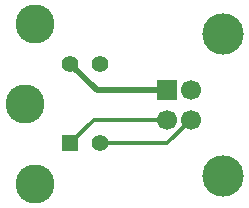
<source format=gbr>
%TF.GenerationSoftware,KiCad,Pcbnew,7.0.7-2.fc38*%
%TF.CreationDate,2023-10-09T11:52:25-07:00*%
%TF.ProjectId,ADB-USB-adapter,4144422d-5553-4422-9d61-646170746572,rev?*%
%TF.SameCoordinates,Original*%
%TF.FileFunction,Copper,L1,Top*%
%TF.FilePolarity,Positive*%
%FSLAX46Y46*%
G04 Gerber Fmt 4.6, Leading zero omitted, Abs format (unit mm)*
G04 Created by KiCad (PCBNEW 7.0.7-2.fc38) date 2023-10-09 11:52:25*
%MOMM*%
%LPD*%
G01*
G04 APERTURE LIST*
%TA.AperFunction,ComponentPad*%
%ADD10R,1.700000X1.700000*%
%TD*%
%TA.AperFunction,ComponentPad*%
%ADD11C,1.700000*%
%TD*%
%TA.AperFunction,ComponentPad*%
%ADD12C,3.500000*%
%TD*%
%TA.AperFunction,ComponentPad*%
%ADD13R,1.398000X1.398000*%
%TD*%
%TA.AperFunction,ComponentPad*%
%ADD14C,1.398000*%
%TD*%
%TA.AperFunction,ComponentPad*%
%ADD15C,3.306000*%
%TD*%
%TA.AperFunction,Conductor*%
%ADD16C,0.500000*%
%TD*%
%TA.AperFunction,Conductor*%
%ADD17C,0.300000*%
%TD*%
G04 APERTURE END LIST*
D10*
%TO.P,USB1,1,VBUS*%
%TO.N,Net-(USB1-VBUS)*%
X36576000Y-28702000D03*
D11*
%TO.P,USB1,2,D-*%
%TO.N,Net-(USB1-D-)*%
X36576000Y-31202000D03*
%TO.P,USB1,3,D+*%
%TO.N,Net-(USB1-D+)*%
X38576000Y-31202000D03*
%TO.P,USB1,4,GND*%
%TO.N,GND*%
X38576000Y-28702000D03*
D12*
%TO.P,USB1,5,Shield*%
X41286000Y-23932000D03*
X41286000Y-35972000D03*
%TD*%
D13*
%TO.P,ADB-FEMALE1,1,1*%
%TO.N,Net-(USB1-D-)*%
X28400000Y-33166800D03*
D14*
%TO.P,ADB-FEMALE1,2,2*%
%TO.N,Net-(USB1-VBUS)*%
X28400000Y-26466800D03*
%TO.P,ADB-FEMALE1,3,3*%
%TO.N,Net-(USB1-D+)*%
X30890000Y-33166800D03*
%TO.P,ADB-FEMALE1,4,4*%
%TO.N,GND*%
X30890000Y-26466800D03*
D15*
%TO.P,ADB-FEMALE1,5,SH*%
X24590000Y-29816800D03*
%TO.P,ADB-FEMALE1,6,SH*%
X25400000Y-23056800D03*
%TO.P,ADB-FEMALE1,7,SH*%
X25400000Y-36576800D03*
%TD*%
D16*
%TO.N,Net-(USB1-VBUS)*%
X28400000Y-26466800D02*
X30635200Y-28702000D01*
X30635200Y-28702000D02*
X36576000Y-28702000D01*
D17*
%TO.N,Net-(USB1-D+)*%
X36611200Y-33166800D02*
X30890000Y-33166800D01*
X38576000Y-31202000D02*
X36611200Y-33166800D01*
%TO.N,Net-(USB1-D-)*%
X36576000Y-31202000D02*
X30364800Y-31202000D01*
X30364800Y-31202000D02*
X28400000Y-33166800D01*
%TD*%
M02*

</source>
